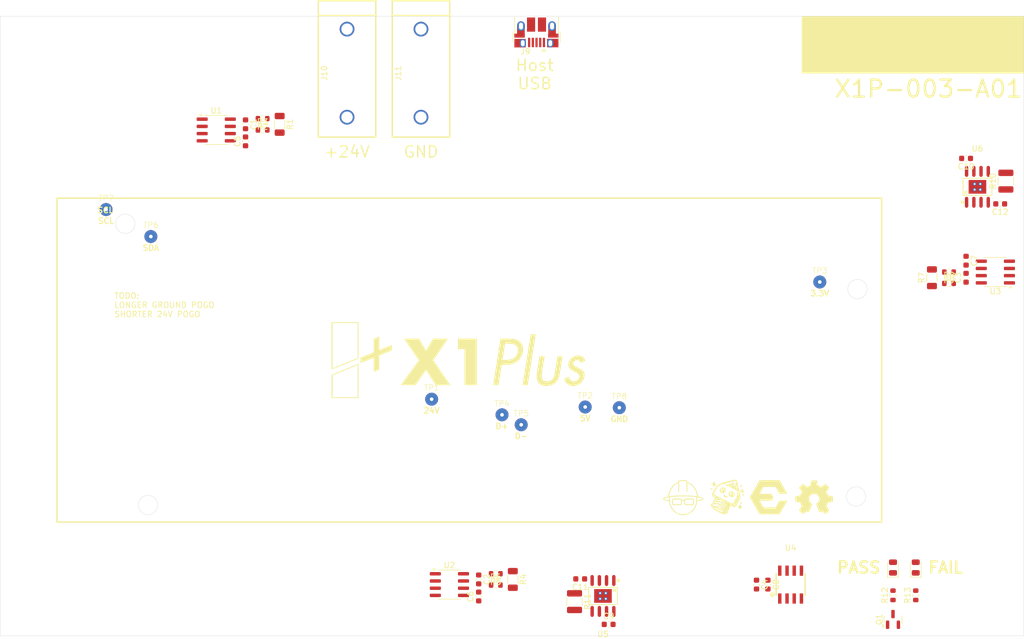
<source format=kicad_pcb>
(kicad_pcb (version 20240108) (generator "pcbnew") (generator_version "8.0")
  (layers (0 "F.Cu" signal "Top Layer") (1 "In1.Cu" signal) (2 "In2.Cu" signal) (31 "B.Cu" signal "Bottom Layer") (34 "B.Paste" user "Bottom Paste Mask Layer") (35 "F.Paste" user "Top Paste Mask Layer") (36 "B.SilkS" user "Bottom Silkscreen Layer") (37 "F.SilkS" user "Top Silkscreen Layer") (38 "B.Mask" user "Bottom Solder Mask Layer") (39 "F.Mask" user "Top Solder Mask Layer") (44 "Edge.Cuts" user "EdgeCuts"))
  (net 0 "")
  (net 1 "Net-(U1-IN-)")
  (net 2 "GND")
  (net 3 "Net-(U1-IN+)")
  (net 4 "Net-(U2-IN-)")
  (net 5 "Net-(U2-IN+)")
  (net 6 "Net-(U3-IN+)")
  (net 7 "Net-(U3-IN-)")
  (net 8 "+3.3V")
  (net 9 "Net-(U5-FB)")
  (net 10 "Net-(U6-FB)")
  (net 11 "/5V_LOAD")
  (net 12 "/3V3_LOAD")
  (net 13 "+24V")
  (net 14 "Net-(D1-K)")
  (net 15 "Net-(D2-K)")
  (net 16 "/24V_DUT")
  (net 17 "+5V")
  (net 18 "/USB_DP")
  (net 19 "/USB_DN")
  (net 20 "/SDA")
  (net 21 "/SCL")
  (net 22 "/LED_PASS")
  (net 23 "/LED_FAIL")
  (net 24 "/3V3_LOAD_EN")
  (net 25 "/5V_LOAD_EN")
  (net 30 "Net-(Q1-D)")
  (footprint "Connector_USB:USB_Micro-B_Amphenol_10103594-0001LF_Horizontal" (layer "F.Cu") (at 164.295 40.835 180)
    (property "Reference" "J9" (at 1.925 -3.365 360) (layer "F.SilkS"))
    (property "Value" "Amphenol 10103594-0001LF")
    (pad "1" smd rect (at -1.325 -1.765 270) (size 1.65 0.4) (layers "F.Cu" "F.Paste" "F.Mask"))
    (pad "2" smd rect (at -0.675 -1.765 270) (size 1.65 0.4) (layers "F.Cu" "F.Paste" "F.Mask") (net 19 "/USB_DN"))
    (pad "3" smd rect (at -0.025 -1.765 270) (size 1.65 0.4) (layers "F.Cu" "F.Paste" "F.Mask") (net 18 "/USB_DP"))
    (pad "4" smd rect (at 0.625 -1.765 270) (size 1.65 0.4) (layers "F.Cu" "F.Paste" "F.Mask"))
    (pad "5" smd rect (at 1.275 -1.765 270) (size 1.65 0.4) (layers "F.Cu" "F.Paste" "F.Mask") (net 2 "GND"))
    (pad "6" smd rect (at -2.975 -0.565 180) (size 1.825 0.7) (layers "F.Cu" "F.Paste" "F.Mask") (net 2 "GND"))
    (pad "6" smd rect (at -2.875 -1.865 180) (size 2 1.5) (layers "F.Cu" "F.Paste" "F.Mask") (net 2 "GND"))
    (pad "6" smd rect (at -2.755 0.185 180) (size 1.35 2) (layers "F.Cu" "F.Paste" "F.Mask") (net 2 "GND"))
    (pad "6" thru_hole oval (at -2.755 1.115 270) (size 1.7 1.35) (drill oval 1.2 0.7) (layers "*.Cu" "*.Mask") (net 2 "GND"))
    (pad "6" thru_hole oval (at -2.445 -1.885 270) (size 1.5 1.1) (drill oval 1.05 0.65) (layers "*.Cu" "*.Mask") (net 2 "GND"))
    (pad "6" smd rect (at -0.985 1.385 270) (size 2.5 1.43) (layers "F.Cu" "F.Paste" "F.Mask") (net 2 "GND"))
    (pad "6" smd rect (at 0.935 1.385 270) (size 2.5 1.43) (layers "F.Cu" "F.Paste" "F.Mask") (net 2 "GND"))
    (pad "6" thru_hole oval (at 2.395 -1.885 270) (size 1.5 1.1) (drill oval 1.05 0.65) (layers "*.Cu" "*.Mask") (net 2 "GND"))
    (pad "6" thru_hole oval (at 2.705 1.115 270) (size 1.7 1.35) (drill oval 1.2 0.7) (layers "*.Cu" "*.Mask") (net 2 "GND"))
    (pad "6" smd rect (at 2.725 0.185 180) (size 1.35 2) (layers "F.Cu" "F.Paste" "F.Mask") (net 2 "GND"))
    (pad "6" smd rect (at 2.875 -1.885 180) (size 2 1.5) (layers "F.Cu" "F.Paste" "F.Mask") (net 2 "GND"))
    (pad "6" smd rect (at 2.975 -0.565 180) (size 1.825 0.7) (layers "F.Cu" "F.Paste" "F.Mask") (net 2 "GND"))
  )
  (footprint "Resistor_SMD:R_0603_1608Metric" (layer "F.Cu") (at 231 139.8875 90)
    (property "Reference" "R13" (at 0 -1.43 90) (layer "F.SilkS"))
    (property "Value" "120")
    (pad "1" smd roundrect (at -0.825 0 90) (size 0.8 0.95) (layers "F.Cu" "F.Paste" "F.Mask") (net 2 "GND"))
    (pad "2" smd roundrect (at 0.825 0 90) (size 0.8 0.95) (layers "F.Cu" "F.Paste" "F.Mask") (net 15 "Net-(D2-K)"))
  )
  (footprint "Resistor_SMD:R_0603_1608Metric" (layer "F.Cu") (at 236.85 85)
    (property "Reference" "R8" (at 0 -1.43 360) (layer "F.SilkS"))
    (property "Value" "10")
    (pad "1" smd roundrect (at -0.825 0) (size 0.8 0.95) (layers "F.Cu" "F.Paste" "F.Mask") (net 8 "+3.3V"))
    (pad "2" smd roundrect (at 0.825 0) (size 0.8 0.95) (layers "F.Cu" "F.Paste" "F.Mask") (net 6 "Net-(U3-IN+)"))
  )
  (footprint "x1p-003:AUDIO-TH_24.243.1" (layer "F.Cu") (at 144 48 90)
    (property "Reference" "J11" (at 0 -4 90) (layer "F.SilkS"))
    (property "Value" "24.243.2 Black")
    (pad "1" thru_hole circle (at -7.75 0 90) (size 2.6 2.6) (drill 1.999996) (layers "*.Cu" "*.Mask") (net 2 "GND"))
    (pad "2" thru_hole circle (at 7.75 0 90) (size 2.6 2.6) (drill 1.999996) (layers "*.Cu" "*.Mask") (net 2 "GND"))
  )
  (footprint "x1-expander:noozle" (layer "F.Cu") (at 197.9 122.6)
    (property "Reference" "G***" (hide yes))
    (property "Value" "LOGO" (hide yes))
  )
  (footprint "Resistor_SMD:R_1206_3216Metric" (layer "F.Cu") (at 233.85 84 90)
    (property "Reference" "R7" (at 0 -1.82 90) (layer "F.SilkS"))
    (property "Value" "0.08 ohm")
    (pad "1" smd roundrect (at -1.4625 0 90) (size 1.125 1.75) (layers "F.Cu" "F.Paste" "F.Mask") (roundrect_rratio 0.222222) (net 8 "+3.3V"))
    (pad "2" smd roundrect (at 1.4625 0 90) (size 1.125 1.75) (layers "F.Cu" "F.Paste" "F.Mask") (roundrect_rratio 0.222222) (net 12 "/3V3_LOAD"))
  )
  (footprint "x1p-003:AUDIO-TH_24.243.1" (layer "F.Cu") (at 131 48 90)
    (property "Reference" "J10" (at 0 -4 90) (layer "F.SilkS"))
    (property "Value" "24.243.1 Red")
    (pad "1" thru_hole circle (at -7.75 0 90) (size 2.6 2.6) (drill 1.999996) (layers "*.Cu" "*.Mask") (net 13 "+24V"))
    (pad "2" thru_hole circle (at 7.75 0 90) (size 2.6 2.6) (drill 1.999996) (layers "*.Cu" "*.Mask") (net 13 "+24V"))
  )
  (footprint "x1p-003:SOIC-8_L4.9-W3.9-P1.27-LS6.0-BL-EP" (layer "F.Cu") (at 176 140 180)
    (property "Reference" "U5" (at 0 -6.72 360) (layer "F.SilkS"))
    (property "Value" "TPS7A7002DDAR")
    (pad "" thru_hole circle (at -0.5 -0.5 180) (size 0.61 0.61) (drill 0.3) (layers "*.Cu" "*.Paste" "*.Mask"))
    (pad "" thru_hole circle (at -0.5 0.5 180) (size 0.61 0.61) (drill 0.3) (layers "*.Cu" "*.Paste" "*.Mask"))
    (pad "" thru_hole circle (at 0.5 -0.5 180) (size 0.61 0.61) (drill 0.3) (layers "*.Cu" "*.Paste" "*.Mask"))
    (pad "" thru_hole circle (at 0.5 0.5 180) (size 0.61 0.61) (drill 0.3) (layers "*.Cu" "*.Paste" "*.Mask"))
    (pad "1" smd oval (at -1.91 2.72 180) (size 0.6 1.94) (layers "F.Cu" "F.Paste" "F.Mask"))
    (pad "2" smd oval (at -0.63 2.72 180) (size 0.6 1.94) (layers "F.Cu" "F.Paste" "F.Mask") (net 25 "/5V_LOAD_EN"))
    (pad "3" smd oval (at 0.63 2.72 180) (size 0.6 1.94) (layers "F.Cu" "F.Paste" "F.Mask") (net 11 "/5V_LOAD"))
    (pad "4" smd oval (at 1.9 2.72 180) (size 0.6 1.94) (layers "F.Cu" "F.Paste" "F.Mask") (net 11 "/5V_LOAD"))
    (pad "5" smd oval (at 1.9 -2.72 180) (size 0.6 1.94) (layers "F.Cu" "F.Paste" "F.Mask") (net 9 "Net-(U5-FB)"))
    (pad "6" smd oval (at 0.63 -2.72 180) (size 0.6 1.94) (layers "F.Cu" "F.Paste" "F.Mask") (net 9 "Net-(U5-FB)"))
    (pad "7" smd oval (at -0.63 -2.72 180) (size 0.6 1.94) (layers "F.Cu" "F.Paste" "F.Mask") (net 9 "Net-(U5-FB)"))
    (pad "8" smd oval (at -1.91 -2.72 180) (size 0.6 1.94) (layers "F.Cu" "F.Paste" "F.Mask") (net 2 "GND"))
    (pad "9" smd rect (at 0 0 180) (size 3.1 2.41) (layers "F.Cu" "F.Paste" "F.Mask") (net 2 "GND"))
  )
  (footprint "x1p-003:MillMax_0908" (layer "F.Cu") (at 88.625 72)
    (property "Reference" "TP7" (at 0 -2 0) (layer "F.SilkS") (effects (font (thickness 0.1))))
    (property "Value" "SCL" (at 0 2 0) (layer "F.SilkS") (effects (font (thickness 0.2) (bold yes))))
    (pad "1" thru_hole circle (at 0 0) (size 2.286 2.286) (drill 0.635) (layers "*.Cu" "*.Mask") (net 21 "/SCL"))
  )
  (footprint "Resistor_SMD:R_1210_3225Metric" (layer "F.Cu") (at 171 141 -90)
    (property "Reference" "R11" (at 0 -2.28 90) (layer "F.SilkS"))
    (property "Value" "0.5 1/4W")
    (pad "1" smd roundrect (at -1.4625 0 270) (size 1.125 2.65) (layers "F.Cu" "F.Paste" "F.Mask") (roundrect_rratio 0.222222) (net 2 "GND"))
    (pad "2" smd roundrect (at 1.4625 0 270) (size 1.125 2.65) (layers "F.Cu" "F.Paste" "F.Mask") (roundrect_rratio 0.222222) (net 10 "Net-(U6-FB)"))
  )
  (footprint "Package_SO:SOIC-8_3.9x4.9mm_P1.27mm" (layer "F.Cu") (at 149 138)
    (property "Reference" "U2" (at 0 -3.4 0) (layer "F.SilkS"))
    (property "Value" "INA219AxD")
    (pad "1" smd roundrect (at -2.475 -1.905) (size 1.95 0.6) (layers "F.Cu" "F.Paste" "F.Mask") (net 2 "GND"))
    (pad "2" smd roundrect (at -2.475 -0.635) (size 1.95 0.6) (layers "F.Cu" "F.Paste" "F.Mask") (net 21 "/SCL"))
    (pad "3" smd roundrect (at -2.475 0.635) (size 1.95 0.6) (layers "F.Cu" "F.Paste" "F.Mask") (net 20 "/SDA"))
    (pad "4" smd roundrect (at -2.475 1.905) (size 1.95 0.6) (layers "F.Cu" "F.Paste" "F.Mask") (net 21 "/SCL"))
    (pad "5" smd roundrect (at 2.475 1.905) (size 1.95 0.6) (layers "F.Cu" "F.Paste" "F.Mask") (net 8 "+3.3V"))
    (pad "6" smd roundrect (at 2.475 0.635) (size 1.95 0.6) (layers "F.Cu" "F.Paste" "F.Mask") (net 2 "GND"))
    (pad "7" smd roundrect (at 2.475 -0.635) (size 1.95 0.6) (layers "F.Cu" "F.Paste" "F.Mask") (net 4 "Net-(U2-IN-)"))
    (pad "8" smd roundrect (at 2.475 -1.905) (size 1.95 0.6) (layers "F.Cu" "F.Paste" "F.Mask") (net 5 "Net-(U2-IN+)"))
  )
  (footprint "Capacitor_SMD:C_0603_1608Metric" (layer "F.Cu") (at 113.15 60 90)
    (property "Reference" "C5" (at 0 -1.43 90) (layer "F.SilkS"))
    (property "Value" "0.1µ")
    (pad "1" smd roundrect (at -0.775 0 90) (size 0.9 0.95) (layers "F.Cu" "F.Paste" "F.Mask") (net 8 "+3.3V"))
    (pad "2" smd roundrect (at 0.775 0 90) (size 0.9 0.95) (layers "F.Cu" "F.Paste" "F.Mask") (net 2 "GND"))
  )
  (footprint "Symbol:OSHW-Symbol_6.7x6mm_SilkScreen" (layer "F.Cu") (at 213.125 122.625)
    (property "Reference" "REF**" (hide yes))
    (property "Value" "OSHW-Symbol_6.7x6mm_SilkScreen" (hide yes))
  )
  (footprint "Capacitor_SMD:C_0603_1608Metric" (layer "F.Cu") (at 205 138 -90)
    (property "Reference" "C8" (at 0 -1.43 90) (layer "F.SilkS"))
    (property "Value" "0.1µ")
    (pad "1" smd roundrect (at -0.775 0 270) (size 0.9 0.95) (layers "F.Cu" "F.Paste" "F.Mask") (net 8 "+3.3V"))
    (pad "2" smd roundrect (at 0.775 0 270) (size 0.9 0.95) (layers "F.Cu" "F.Paste" "F.Mask") (net 2 "GND"))
  )
  (footprint "x1p-003:MillMax_0908" (layer "F.Cu") (at 145.875 105.375)
    (property "Reference" "TP1" (at 0 -2 0) (layer "F.SilkS") (effects (font (thickness 0.1))))
    (property "Value" "24V" (at 0 2 0) (layer "F.SilkS") (effects (font (thickness 0.2) (bold yes))))
    (pad "1" thru_hole circle (at 0 0) (size 2.286 2.286) (drill 0.635) (layers "*.Cu" "*.Mask") (net 16 "/24V_DUT"))
  )
  (footprint "Resistor_SMD:R_0603_1608Metric" (layer "F.Cu") (at 116.15 58)
    (property "Reference" "R3" (at 0 -1.43 0) (layer "F.SilkS"))
    (property "Value" "10")
    (pad "1" smd roundrect (at -0.825 0) (size 0.8 0.95) (layers "F.Cu" "F.Paste" "F.Mask") (net 1 "Net-(U1-IN-)"))
    (pad "2" smd roundrect (at 0.825 0) (size 0.8 0.95) (layers "F.Cu" "F.Paste" "F.Mask") (net 16 "/24V_DUT"))
  )
  (footprint "x1p-003:MillMax_0908" (layer "F.Cu") (at 214.125 84.75)
    (property "Reference" "TP3" (at 0 -2 0) (layer "F.SilkS") (effects (font (thickness 0.1))))
    (property "Value" "3.3V" (at 0 2 0) (layer "F.SilkS") (effects (font (thickness 0.2) (bold yes))))
    (pad "1" thru_hole circle (at 0 0) (size 2.286 2.286) (drill 0.635) (layers "*.Cu" "*.Mask") (net 8 "+3.3V"))
  )
  (footprint "Capacitor_SMD:C_0603_1608Metric" (layer "F.Cu") (at 245.85 71 180)
    (property "Reference" "C12" (at 0 -1.43 360) (layer "F.SilkS"))
    (property "Value" "4.7µ")
    (pad "1" smd roundrect (at -0.775 0 180) (size 0.9 0.95) (layers "F.Cu" "F.Paste" "F.Mask") (net 2 "GND"))
    (pad "2" smd roundrect (at 0.775 0 180) (size 0.9 0.95) (layers "F.Cu" "F.Paste" "F.Mask") (net 12 "/3V3_LOAD"))
  )
  (footprint "LED_SMD:LED_0805_2012Metric" (layer "F.Cu") (at 231 135 90)
    (property "Reference" "D2" (hide yes))
    (property "Value" "Red \"FAIL\"")
    (pad "1" smd roundrect (at -0.9375 0 90) (size 0.975 1.4) (layers "F.Cu" "F.Paste" "F.Mask") (net 15 "Net-(D2-K)"))
    (pad "2" smd roundrect (at 0.9375 0 90) (size 0.975 1.4) (layers "F.Cu" "F.Paste" "F.Mask") (net 23 "/LED_FAIL"))
  )
  (footprint "Capacitor_SMD:C_0603_1608Metric" (layer "F.Cu") (at 154.15 137.09 -90)
    (property "Reference" "C2" (at 0 -1.43 90) (layer "F.SilkS"))
    (property "Value" "1µ")
    (pad "1" smd roundrect (at -0.775 0 270) (size 0.9 0.95) (layers "F.Cu" "F.Paste" "F.Mask") (net 5 "Net-(U2-IN+)"))
    (pad "2" smd roundrect (at 0.775 0 270) (size 0.9 0.95) (layers "F.Cu" "F.Paste" "F.Mask") (net 4 "Net-(U2-IN-)"))
  )
  (footprint "Resistor_SMD:R_0603_1608Metric" (layer "F.Cu") (at 227 139.8875 90)
    (property "Reference" "R12" (at 0 -1.43 90) (layer "F.SilkS"))
    (property "Value" "330")
    (pad "1" smd roundrect (at -0.825 0 90) (size 0.8 0.95) (layers "F.Cu" "F.Paste" "F.Mask") (net 30 "Net-(Q1-D)"))
    (pad "2" smd roundrect (at 0.825 0 90) (size 0.8 0.95) (layers "F.Cu" "F.Paste" "F.Mask") (net 14 "Net-(D1-K)"))
  )
  (footprint "Capacitor_SMD:C_0603_1608Metric" (layer "F.Cu") (at 203 138 -90)
    (property "Reference" "C4" (at 0 -1.43 90) (layer "F.SilkS"))
    (property "Value" "1µ")
    (pad "1" smd roundrect (at -0.775 0 270) (size 0.9 0.95) (layers "F.Cu" "F.Paste" "F.Mask") (net 8 "+3.3V"))
    (pad "2" smd roundrect (at 0.775 0 270) (size 0.9 0.95) (layers "F.Cu" "F.Paste" "F.Mask") (net 2 "GND"))
  )
  (footprint "Resistor_SMD:R_0603_1608Metric" (layer "F.Cu") (at 157.15 138.09)
    (property "Reference" "R6" (at 0 -1.43 0) (layer "F.SilkS"))
    (property "Value" "10")
    (pad "1" smd roundrect (at -0.825 0) (size 0.8 0.95) (layers "F.Cu" "F.Paste" "F.Mask") (net 4 "Net-(U2-IN-)"))
    (pad "2" smd roundrect (at 0.825 0) (size 0.8 0.95) (layers "F.Cu" "F.Paste" "F.Mask") (net 11 "/5V_LOAD"))
  )
  (footprint "Package_SO:SOIC-8_3.9x4.9mm_P1.27mm" (layer "F.Cu") (at 245 83 180)
    (property "Reference" "U3" (at 0 -3.4 360) (layer "F.SilkS"))
    (property "Value" "INA219AxD")
    (pad "1" smd roundrect (at -2.475 -1.905 180) (size 1.95 0.6) (layers "F.Cu" "F.Paste" "F.Mask") (net 2 "GND"))
    (pad "2" smd roundrect (at -2.475 -0.635 180) (size 1.95 0.6) (layers "F.Cu" "F.Paste" "F.Mask") (net 20 "/SDA"))
    (pad "3" smd roundrect (at -2.475 0.635 180) (size 1.95 0.6) (layers "F.Cu" "F.Paste" "F.Mask") (net 20 "/SDA"))
    (pad "4" smd roundrect (at -2.475 1.905 180) (size 1.95 0.6) (layers "F.Cu" "F.Paste" "F.Mask") (net 21 "/SCL"))
    (pad "5" smd roundrect (at 2.475 1.905 180) (size 1.95 0.6) (layers "F.Cu" "F.Paste" "F.Mask") (net 8 "+3.3V"))
    (pad "6" smd roundrect (at 2.475 0.635 180) (size 1.95 0.6) (layers "F.Cu" "F.Paste" "F.Mask") (net 2 "GND"))
    (pad "7" smd roundrect (at 2.475 -0.635 180) (size 1.95 0.6) (layers "F.Cu" "F.Paste" "F.Mask") (net 7 "Net-(U3-IN-)"))
    (pad "8" smd roundrect (at 2.475 -1.905 180) (size 1.95 0.6) (layers "F.Cu" "F.Paste" "F.Mask") (net 6 "Net-(U3-IN+)"))
  )
  (footprint "Capacitor_SMD:C_0603_1608Metric" (layer "F.Cu") (at 113.15 57 -90)
    (property "Reference" "C1" (at 0 -1.43 90) (layer "F.SilkS"))
    (property "Value" "1µ")
    (pad "1" smd roundrect (at -0.775 0 270) (size 0.9 0.95) (layers "F.Cu" "F.Paste" "F.Mask") (net 3 "Net-(U1-IN+)"))
    (pad "2" smd roundrect (at 0.775 0 270) (size 0.9 0.95) (layers "F.Cu" "F.Paste" "F.Mask") (net 1 "Net-(U1-IN-)"))
  )
  (footprint "x1-expander:x1plus" (layer "F.Cu") (at 150.5 98.5)
    (property "Reference" "G***" (hide yes))
    (property "Value" "LOGO" (hide yes))
  )
  (footprint "Capacitor_SMD:C_0603_1608Metric" (layer "F.Cu") (at 239.85 63 180)
    (property "Reference" "C10" (at 0 -1.43 360) (layer "F.SilkS"))
    (property "Value" "4.7µ")
    (pad "1" smd roundrect (at -0.775 0 180) (size 0.9 0.95) (layers "F.Cu" "F.Paste" "F.Mask") (net 10 "Net-(U6-FB)"))
    (pad "2" smd roundrect (at 0.775 0 180) (size 0.9 0.95) (layers "F.Cu" "F.Paste" "F.Mask") (net 2 "GND"))
  )
  (footprint "Resistor_SMD:R_0603_1608Metric" (layer "F.Cu") (at 157.15 136.09 180)
    (property "Reference" "R5" (at 0 -1.43 360) (layer "F.SilkS"))
    (property "Value" "10")
    (pad "1" smd roundrect (at -0.825 0 180) (size 0.8 0.95) (layers "F.Cu" "F.Paste" "F.Mask") (net 17 "+5V"))
    (pad "2" smd roundrect (at 0.825 0 180) (size 0.8 0.95) (layers "F.Cu" "F.Paste" "F.Mask") (net 5 "Net-(U2-IN+)"))
  )
  (footprint "LED_SMD:LED_0805_2012Metric" (layer "F.Cu") (at 227 135 90)
    (property "Reference" "D1" (hide yes))
    (property "Value" "Green \"PASS\"")
    (pad "1" smd roundrect (at -0.9375 0 90) (size 0.975 1.4) (layers "F.Cu" "F.Paste" "F.Mask") (net 14 "Net-(D1-K)"))
    (pad "2" smd roundrect (at 0.9375 0 90) (size 0.975 1.4) (layers "F.Cu" "F.Paste" "F.Mask") (net 17 "+5V"))
  )
  (footprint "x1p-003:SOIC-8_L4.9-W3.9-P1.27-LS6.0-BL-EP" (layer "F.Cu") (at 241.85 68)
    (property "Reference" "U6" (at 0 -6.72 360) (layer "F.SilkS"))
    (property "Value" "TPS7A7002DDAR")
    (pad "" thru_hole circle (at -0.5 -0.5) (size 0.61 0.61) (drill 0.3) (layers "*.Cu" "*.Paste" "*.Mask"))
    (pad "" thru_hole circle (at -0.5 0.5) (size 0.61 0.61) (drill 0.3) (layers "*.Cu" "*.Paste" "*.Mask"))
    (pad "" thru_hole circle (at 0.5 -0.5) (size 0.61 0.61) (drill 0.3) (layers "*.Cu" "*.Paste" "*.Mask"))
    (pad "" thru_hole circle (at 0.5 0.5) (size 0.61 0.61) (drill 0.3) (layers "*.Cu" "*.Paste" "*.Mask"))
    (pad "1" smd oval (at -1.91 2.72) (size 0.6 1.94) (layers "F.Cu" "F.Paste" "F.Mask"))
    (pad "2" smd oval (at -0.63 2.72) (size 0.6 1.94) (layers "F.Cu" "F.Paste" "F.Mask") (net 24 "/3V3_LOAD_EN"))
    (pad "3" smd oval (at 0.63 2.72) (size 0.6 1.94) (layers "F.Cu" "F.Paste" "F.Mask") (net 12 "/3V3_LOAD"))
    (pad "4" smd oval (at 1.9 2.72) (size 0.6 1.94) (layers "F.Cu" "F.Paste" "F.Mask") (net 12 "/3V3_LOAD"))
    (pad "5" smd oval (at 1.9 -2.72) (size 0.6 1.94) (layers "F.Cu" "F.Paste" "F.Mask") (net 10 "Net-(U6-FB)"))
    (pad "6" smd oval (at 0.63 -2.72) (size 0.6 1.94) (layers "F.Cu" "F.Paste" "F.Mask") (net 10 "Net-(U6-FB)"))
    (pad "7" smd oval (at -0.63 -2.72) (size 0.6 1.94) (layers "F.Cu" "F.Paste" "F.Mask") (net 10 "Net-(U6-FB)"))
    (pad "8" smd oval (at -1.91 -2.72) (size 0.6 1.94) (layers "F.Cu" "F.Paste" "F.Mask") (net 2 "GND"))
    (pad "9" smd rect (at 0 0) (size 3.1 2.41) (layers "F.Cu" "F.Paste" "F.Mask") (net 2 "GND"))
  )
  (footprint "x1p-003:MillMax_0908" (layer "F.Cu") (at 178.875 106.875)
    (property "Reference" "TP8" (at 0 -2 0) (layer "F.SilkS") (effects (font (thickness 0.1))))
    (property "Value" "GND" (at 0 2 0) (layer "F.SilkS") (effects (font (thickness 0.2) (bold yes))))
    (pad "1" thru_hole circle (at 0 0) (size 2.286 2.286) (drill 0.635) (layers "*.Cu" "*.Mask") (net 2 "GND"))
  )
  (footprint "Resistor_SMD:R_1210_3225Metric" (layer "F.Cu") (at 246.85 67 90)
    (property "Reference" "R10" (at 0 -2.28 90) (layer "F.SilkS"))
    (property "Value" "1 1/4W")
    (pad "1" smd roundrect (at -1.4625 0 90) (size 1.125 2.65) (layers "F.Cu" "F.Paste" "F.Mask") (roundrect_rratio 0.222222) (net 2 "GND"))
    (pad "2" smd roundrect (at 1.4625 0 90) (size 1.125 2.65) (layers "F.Cu" "F.Paste" "F.Mask") (roundrect_rratio 0.222222) (net 9 "Net-(U5-FB)"))
  )
  (footprint "Capacitor_SMD:C_0603_1608Metric" (layer "F.Cu") (at 239.85 81 -90)
    (property "Reference" "C7" (at 0 -1.43 90) (layer "F.SilkS"))
    (property "Value" "0.1µ")
    (pad "1" smd roundrect (at -0.775 0 270) (size 0.9 0.95) (layers "F.Cu" "F.Paste" "F.Mask") (net 8 "+3.3V"))
    (pad "2" smd roundrect (at 0.775 0 270) (size 0.9 0.95) (layers "F.Cu" "F.Paste" "F.Mask") (net 2 "GND"))
  )
  (footprint "Resistor_SMD:R_0603_1608Metric" (layer "F.Cu") (at 236.85 83 180)
    (property "Reference" "R9" (at 0 -1.43 360) (layer "F.SilkS"))
    (property "Value" "10")
    (pad "1" smd roundrect (at -0.825 0 180) (size 0.8 0.95) (layers "F.Cu" "F.Paste" "F.Mask") (net 7 "Net-(U3-IN-)"))
    (pad "2" smd roundrect (at 0.825 0 180) (size 0.8 0.95) (layers "F.Cu" "F.Paste" "F.Mask") (net 12 "/3V3_LOAD"))
  )
  (footprint "x1p-003:SO-8_L4.9-W3.9-P1.27-LS6.0-BL" (layer "F.Cu") (at 209 138)
    (property "Reference" "U4" (at 0 -6.45 0) (layer "F.SilkS"))
    (property "Value" "PCA9536D,118")
    (pad "1" smd rect (at -1.91 2.45) (size 0.6 1.8) (layers "F.Cu" "F.Paste" "F.Mask") (net 25 "/5V_LOAD_EN"))
    (pad "2" smd rect (at -0.63 2.45) (size 0.6 1.8) (layers "F.Cu" "F.Paste" "F.Mask") (net 24 "/3V3_LOAD_EN"))
    (pad "3" smd rect (at 0.63 2.45) (size 0.6 1.8) (layers "F.Cu" "F.Paste" "F.Mask") (net 22 "/LED_PASS"))
    (pad "4" smd rect (at 1.9 2.45) (size 0.6 1.8) (layers "F.Cu" "F.Paste" "F.Mask") (net 2 "GND"))
    (pad "5" smd rect (at 1.9 -2.45 180) (size 0.6 1.8) (layers "F.Cu" "F.Paste" "F.Mask") (net 23 "/LED_FAIL"))
    (pad "6" smd rect (at 0.63 -2.45 180) (size 0.6 1.8) (layers "F.Cu" "F.Paste" "F.Mask") (net 21 "/SCL"))
    (pad "7" smd rect (at -0.63 -2.45 180) (size 0.6 1.8) (layers "F.Cu" "F.Paste" "F.Mask") (net 20 "/SDA"))
    (pad "8" smd rect (at -1.91 -2.45 180) (size 0.6 1.8) (layers "F.Cu" "F.Paste" "F.Mask") (net 8 "+3.3V"))
  )
  (footprint "Package_TO_SOT_SMD:SOT-23" (layer "F.Cu") (at 227 144.125 90)
    (property "Reference" "Q1" (at 0 -2.4 90) (layer "F.SilkS"))
    (property "Value" "AO3400A")
    (pad "1" smd roundrect (at -0.9375 -0.95 90) (size 1.475 0.6) (layers "F.Cu" "F.Paste" "F.Mask") (net 22 "/LED_PASS"))
    (pad "2" smd roundrect (at -0.9375 0.95 90) (size 1.475 0.6) (layers "F.Cu" "F.Paste" "F.Mask") (net 2 "GND"))
    (pad "3" smd roundrect (at 0.9375 0 90) (size 1.475 0.6) (layers "F.Cu" "F.Paste" "F.Mask") (net 30 "Net-(Q1-D)"))
  )
  (footprint "Resistor_SMD:R_1206_3216Metric" (layer "F.Cu") (at 119.15 57 -90)
    (property "Reference" "R1" (at 0 -1.82 90) (layer "F.SilkS"))
    (property "Value" "0.08 ohm")
    (pad "1" smd roundrect (at -1.4625 0 270) (size 1.125 1.75) (layers "F.Cu" "F.Paste" "F.Mask") (roundrect_rratio 0.222222) (net 13 "+24V"))
    (pad "2" smd roundrect (at 1.4625 0 270) (size 1.125 1.75) (layers "F.Cu" "F.Paste" "F.Mask") (roundrect_rratio 0.222222) (net 16 "/24V_DUT"))
  )
  (footprint "x1p-003:MillMax_0908" (layer "F.Cu") (at 161.625 109.875)
    (property "Reference" "TP5" (at 0 -2 0) (layer "F.SilkS") (effects (font (thickness 0.1))))
    (property "Value" "D-" (at 0 2 0) (layer "F.SilkS") (effects (font (thickness 0.2) (bold yes))))
    (pad "1" thru_hole circle (at 0 0) (size 2.286 2.286) (drill 0.635) (layers "*.Cu" "*.Mask") (net 19 "/USB_DN"))
  )
  (footprint "x1p-003:MillMax_0908" (layer "F.Cu") (at 158.25 108.125)
    (property "Reference" "TP4" (at 0 -2 0) (layer "F.SilkS") (effects (font (thickness 0.1))))
    (property "Value" "D+" (at 0 2 0) (layer "F.SilkS") (effects (font (thickness 0.2) (bold yes))))
    (pad "1" thru_hole circle (at 0 0) (size 2.286 2.286) (drill 0.635) (layers "*.Cu" "*.Mask") (net 18 "/USB_DP"))
  )
  (footprint "x1p-003:MillMax_0908" (layer "F.Cu") (at 96.5 76.75)
    (property "Reference" "TP6" (at 0 -2 0) (layer "F.SilkS") (effects (font (thickness 0.1))))
    (property "Value" "SDA" (at 0 2 0) (layer "F.SilkS") (effects (font (thickness 0.2) (bold yes))))
    (pad "1" thru_hole circle (at 0 0) (size 2.286 2.286) (drill 0.635) (layers "*.Cu" "*.Mask") (net 20 "/SDA"))
  )
  (footprint "Resistor_SMD:R_1206_3216Metric" (layer "F.Cu") (at 160.15 137.09 -90)
    (property "Reference" "R4" (at 0 -1.82 90) (layer "F.SilkS"))
    (property "Value" "0.08 ohm")
    (pad "1" smd roundrect (at -1.4625 0 270) (size 1.125 1.75) (layers "F.Cu" "F.Paste" "F.Mask") (roundrect_rratio 0.222222) (net 17 "+5V"))
    (pad "2" smd roundrect (at 1.4625 0 270) (size 1.125 1.75) (layers "F.Cu" "F.Paste" "F.Mask") (roundrect_rratio 0.222222) (net 11 "/5V_LOAD"))
  )
  (footprint "Capacitor_SMD:C_0603_1608Metric" (layer "F.Cu") (at 154.15 140.09 90)
    (property "Reference" "C6" (at 0 -1.43 90) (layer "F.SilkS"))
    (property "Value" "0.1µ")
    (pad "1" smd roundrect (at -0.775 0 90) (size 0.9 0.95) (layers "F.Cu" "F.Paste" "F.Mask") (net 8 "+3.3V"))
    (pad "2" smd roundrect (at 0.775 0 90) (size 0.9 0.95) (layers "F.Cu" "F.Paste" "F.Mask") (net 2 "GND"))
  )
  (footprint "Resistor_SMD:R_0603_1608Metric" (layer "F.Cu") (at 116.15 56 180)
    (property "Reference" "R2" (at 0 -1.43 360) (layer "F.SilkS"))
    (property "Value" "10")
    (pad "1" smd roundrect (at -0.825 0 180) (size 0.8 0.95) (layers "F.Cu" "F.Paste" "F.Mask") (net 13 "+24V"))
    (pad "2" smd roundrect (at 0.825 0 180) (size 0.8 0.95) (layers "F.Cu" "F.Paste" "F.Mask") (net 3 "Net-(U1-IN+)"))
  )
  (footprint "x1-expander:emarhavil" (layer "F.Cu") (at 205.125 122.625)
    (property "Reference" "G***" (hide yes))
    (property "Value" "LOGO" (hide yes))
  )
  (footprint "x1-expander:accelerated-hat" (layer "F.Cu") (at 190.1 122.7)
    (property "Reference" "G***" (hide yes))
    (property "Value" "LOGO" (hide yes))
  )
  (footprint "Capacitor_SMD:C_0603_1608Metric" (layer "F.Cu") (at 172 137 180)
    (property "Reference" "C11" (at 0 -1.43 360) (layer "F.SilkS"))
    (property "Value" "4.7µ")
    (pad "1" smd roundrect (at -0.775 0 180) (size 0.9 0.95) (layers "F.Cu" "F.Paste" "F.Mask") (net 2 "GND"))
    (pad "2" smd roundrect (at 0.775 0 180) (size 0.9 0.95) (layers "F.Cu" "F.Paste" "F.Mask") (net 11 "/5V_LOAD"))
  )
  (footprint "Package_SO:SOIC-8_3.9x4.9mm_P1.27mm" (layer "F.Cu") (at 108 58)
    (property "Reference" "U1" (at 0 -3.4 0) (layer "F.SilkS"))
    (property "Value" "INA219AxD")
    (pad "1" smd roundrect (at -2.475 -1.905) (size 1.95 0.6) (layers "F.Cu" "F.Paste" "F.Mask") (net 2 "GND"))
    (pad "2" smd roundrect (at -2.475 -0.635) (size 1.95 0.6) (layers "F.Cu" "F.Paste" "F.Mask") (net 2 "GND"))
    (pad "3" smd roundrect (at -2.475 0.635) (size 1.95 0.6) (layers "F.Cu" "F.Paste" "F.Mask") (net 20 "/SDA"))
    (pad "4" smd roundrect (at -2.475 1.905) (size 1.95 0.6) (layers "F.Cu" "F.Paste" "F.Mask") (net 21 "/SCL"))
    (pad "5" smd roundrect (at 2.475 1.905) (size 1.95 0.6) (layers "F.Cu" "F.Paste" "F.Mask") (net 8 "+3.3V"))
    (pad "6" smd roundrect (at 2.475 0.635) (size 1.95 0.6) (layers "F.Cu" "F.Paste" "F.Mask") (net 2 "GND"))
    (pad "7" smd roundrect (at 2.475 -0.635) (size 1.95 0.6) (layers "F.Cu" "F.Paste" "F.Mask") (net 1 "Net-(U1-IN-)"))
    (pad "8" smd roundrect (at 2.475 -1.905) (size 1.95 0.6) (layers "F.Cu" "F.Paste" "F.Mask") (net 3 "Net-(U1-IN+)"))
  )
  (footprint "Capacitor_SMD:C_0603_1608Metric" (layer "F.Cu") (at 177 145)
    (property "Reference" "C9" (at 0 -1.43 0) (layer "F.SilkS"))
    (property "Value" "4.7µ")
    (pad "1" smd roundrect (at -0.775 0) (size 0.9 0.95) (layers "F.Cu" "F.Paste" "F.Mask") (net 9 "Net-(U5-FB)"))
    (pad "2" smd roundrect (at 0.775 0) (size 0.9 0.95) (layers "F.Cu" "F.Paste" "F.Mask") (net 2 "GND"))
  )
  (footprint "Capacitor_SMD:C_0603_1608Metric" (layer "F.Cu") (at 239.85 84 90)
    (property "Reference" "C3" (at 0 -1.43 90) (layer "F.SilkS"))
    (property "Value" "1µ")
    (pad "1" smd roundrect (at -0.775 0 90) (size 0.9 0.95) (layers "F.Cu" "F.Paste" "F.Mask") (net 6 "Net-(U3-IN+)"))
    (pad "2" smd roundrect (at 0.775 0 90) (size 0.9 0.95) (layers "F.Cu" "F.Paste" "F.Mask") (net 7 "Net-(U3-IN-)"))
  )
  (footprint "x1p-003:MillMax_0908" (layer "F.Cu") (at 172.875 106.75)
    (property "Reference" "TP2" (at 0 -2 0) (layer "F.SilkS") (effects (font (thickness 0.1))))
    (property "Value" "5V" (at 0 2 0) (layer "F.SilkS") (effects (font (thickness 0.2) (bold yes))))
    (pad "1" thru_hole circle (at 0 0) (size 2.286 2.286) (drill 0.635) (layers "*.Cu" "*.Mask") (net 17 "+5V"))
  )
  (gr_line (start 80 70) (end 225 70) (stroke (width 0.254)) (layer "F.SilkS"))
  (gr_rect (start 211 38) (end 250 48) (stroke (width 0.1)) (fill solid) (layer "F.SilkS"))
  (gr_line (start 225 127) (end 80 127) (stroke (width 0.254)) (layer "F.SilkS"))
  (gr_line (start 80 127) (end 80 70) (stroke (width 0.254)) (layer "F.SilkS"))
  (gr_line (start 225 70) (end 225 127) (stroke (width 0.254)) (layer "F.SilkS"))
  (gr_line (start 70 147) (end 250 147) (stroke (width 0.05)) (layer "Edge.Cuts"))
  (gr_circle (center 220.75 86) (end 222.45 86) (stroke (width 0.05)) (fill none) (layer "Edge.Cuts"))
  (gr_line (start 250 38) (end 70 38) (stroke (width 0.05)) (layer "Edge.Cuts"))
  (gr_circle (center 96 124) (end 97.7 124) (stroke (width 0.05)) (fill none) (layer "Edge.Cuts"))
  (gr_line (start 70 38) (end 70 147) (stroke (width 0.05)) (layer "Edge.Cuts"))
  (gr_circle (center 92 74.5) (end 93.7 74.5) (stroke (width 0.05)) (fill none) (layer "Edge.Cuts"))
  (gr_line (start 250 147) (end 250 38) (stroke (width 0.05)) (layer "Edge.Cuts"))
  (gr_circle (center 220.5 122.5) (end 222.2 122.5) (stroke (width 0.05)) (fill none) (layer "Edge.Cuts"))
  (gr_text "SCL" (at 87 72.125 0) (layer "F.SilkS") (effects (font (size 1 1) (thickness 0.2) (bold yes)) (justify left)))
  (gr_text "Host\nUSB" (at 164 51 0) (layer "F.SilkS") (effects (font (size 2 2) (thickness 0.25)) (justify bottom)))
  (gr_text "FAIL" (at 233 135 0) (layer "F.SilkS") (effects (font (size 2 2) (thickness 0.4) (bold yes)) (justify left)))
  (gr_text "TODO:\nLONGER GROUND POGO\nSHORTER 24V POGO\n" (at 90 91 0) (layer "F.SilkS") (effects (font (size 1 1)) (justify left bottom)))
  (gr_text "+24V" (at 131 63 0) (layer "F.SilkS") (effects (font (size 2 2) (thickness 0.25)) (justify bottom)))
  (gr_text "PASS" (at 225 135 0) (layer "F.SilkS") (effects (font (size 2 2) (thickness 0.4) (bold yes)) (justify right)))
  (gr_text "X1P-003-A01" (at 250 49 0) (layer "F.SilkS") (effects (font (size 3 3) (thickness 0.4)) (justify right top)))
  (gr_text "GND" (at 144 63 0) (layer "F.SilkS") (effects (font (size 2 2) (thickness 0.25)) (justify bottom)))
)
</source>
